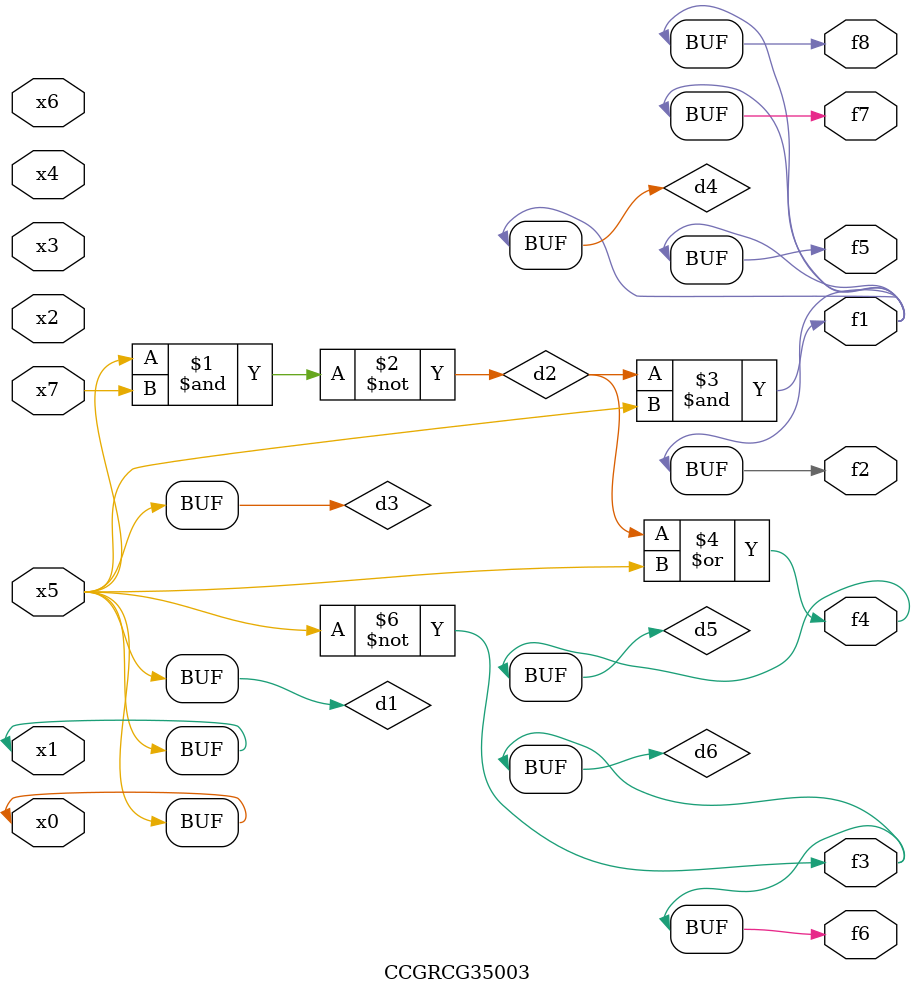
<source format=v>
module CCGRCG35003(
	input x0, x1, x2, x3, x4, x5, x6, x7,
	output f1, f2, f3, f4, f5, f6, f7, f8
);

	wire d1, d2, d3, d4, d5, d6;

	buf (d1, x0, x5);
	nand (d2, x5, x7);
	buf (d3, x0, x1);
	and (d4, d2, d3);
	or (d5, d2, d3);
	nor (d6, d1, d3);
	assign f1 = d4;
	assign f2 = d4;
	assign f3 = d6;
	assign f4 = d5;
	assign f5 = d4;
	assign f6 = d6;
	assign f7 = d4;
	assign f8 = d4;
endmodule

</source>
